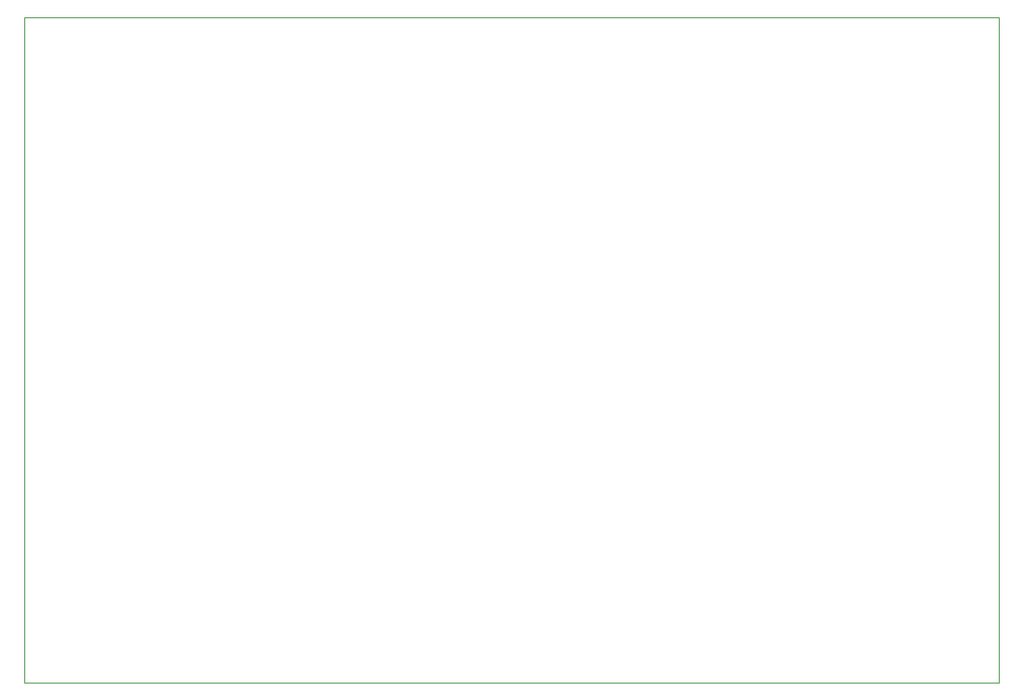
<source format=gm1>
G04 #@! TF.GenerationSoftware,KiCad,Pcbnew,(5.1.5)-3*
G04 #@! TF.CreationDate,2020-02-01T18:29:59+01:00*
G04 #@! TF.ProjectId,5i25Breakout,35693235-4272-4656-916b-6f75742e6b69,rev?*
G04 #@! TF.SameCoordinates,PXe4e1c0PY93d1cc0*
G04 #@! TF.FileFunction,Profile,NP*
%FSLAX46Y46*%
G04 Gerber Fmt 4.6, Leading zero omitted, Abs format (unit mm)*
G04 Created by KiCad (PCBNEW (5.1.5)-3) date 2020-02-01 18:29:59*
%MOMM*%
%LPD*%
G04 APERTURE LIST*
%ADD10C,0.050000*%
G04 APERTURE END LIST*
D10*
X0Y65000000D02*
X0Y0D01*
X95000000Y65000000D02*
X0Y65000000D01*
X95000000Y0D02*
X95000000Y65000000D01*
X0Y0D02*
X95000000Y0D01*
M02*

</source>
